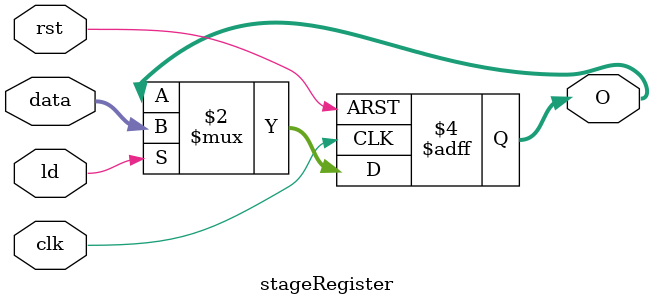
<source format=v>
module stageRegister #(parameter size=8) (input clk, ld, rst, input [size-1:0]data, output reg [size-1:0]O);
  //reg [size-1:0]temp;
  always @(posedge clk, posedge rst) begin
    if(rst)
	  O <= {(size){1'b0}};
	else if(ld)
      O <= data;
  end
endmodule	

</source>
